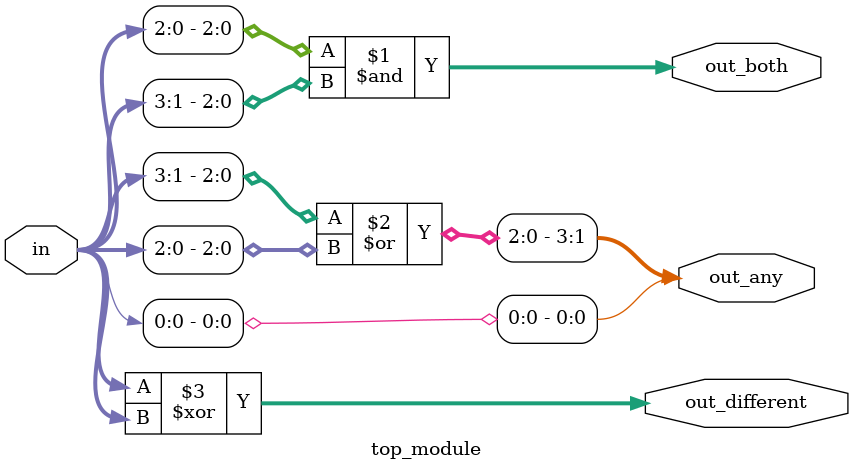
<source format=sv>
module top_module (
    input [3:0] in,
    output [2:0] out_both,
    output [3:0] out_any,
    output [3:0] out_different
);

    // Bitwise AND operation
    assign out_both = in[2:0] & in[3:1];

    // Bitwise OR operation
    assign out_any = {in[3:1] | in[2:0], in[0]};

    // Bitwise XOR operation
    assign out_different = in ^ {in[3:1], in[0]};

endmodule

</source>
